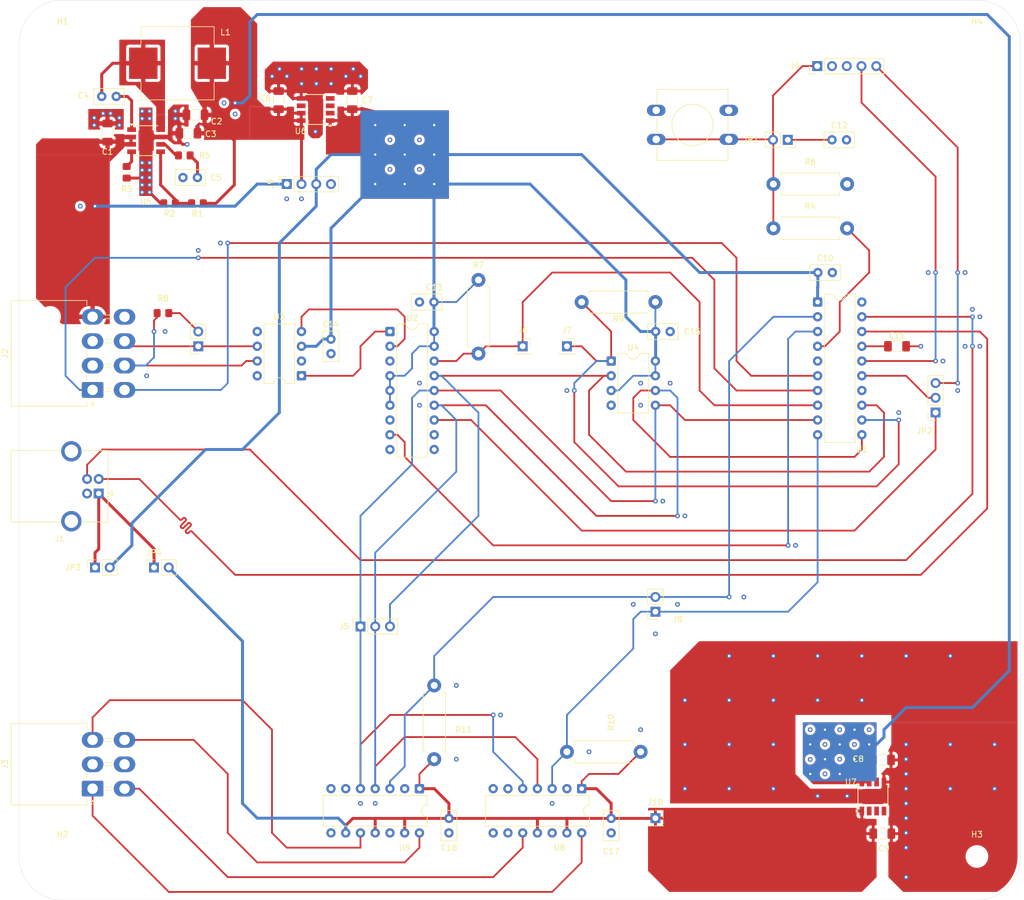
<source format=kicad_pcb>
(kicad_pcb (version 20241229) (generator "pcbnew") (generator_version "9.0")
  (layers (0 "F.Cu" signal) (4 "In1.Cu" signal) (6 "In2.Cu" signal) (2 "B.Cu" power) (13 "F.Paste" user) (15 "B.Paste" user) (5 "F.SilkS" user "F.Silkscreen") (7 "B.SilkS" user "B.Silkscreen") (1 "F.Mask" user) (3 "B.Mask" user) (25 "Edge.Cuts" user))
  (net 0 "")
  (net 1 "+12V")
  (net 2 "GND")
  (net 3 "+6.5V")
  (net 4 "Net-(U5-BST)")
  (net 5 "Net-(U5-SW)")
  (net 6 "Net-(C5-Pad2)")
  (net 7 "+5V")
  (net 8 "+5VA")
  (net 9 "Net-(U1-Vusb3v3)")
  (net 10 "Net-(JP1-A)")
  (net 12 "/USB_D+")
  (net 13 "VBUS")
  (net 15 "/USB_D-")
  (net 16 "/CAN_L")
  (net 17 "/Tach")
  (net 18 "/Speed")
  (net 19 "/CAN_H")
  (net 20 "/AN1")
  (net 21 "/AN4")
  (net 22 "/AN2")
  (net 23 "/AN3")
  (net 24 "/ICSP_~{MCLR}")
  (net 25 "/ICSP_CLK")
  (net 26 "/ICSP_DAT")
  (net 27 "/DAC1_~{CS}")
  (net 28 "/MISO")
  (net 29 "/ROM_~{CS}")
  (net 30 "/DAC2_~{CS}")
  (net 31 "/SCK")
  (net 32 "/MOSI")
  (net 33 "/CAN_~{CS}")
  (net 34 "/INT")
  (net 35 "Net-(JP5-B)")
  (net 36 "Net-(U5-FB)")
  (net 37 "Net-(U5-RT{slash}CLK)")
  (net 38 "/~{MCLR}")
  (net 39 "Net-(U5-COMP)")
  (net 41 "/CLK")
  (net 42 "/CAN_RX")
  (net 47 "/CAN_TX")
  (net 64 "/INT{slash}ICSP_CLK")
  (footprint "Connector_PinSocket_2.54mm:PinSocket_1x02_P2.54mm_Vertical" (layer "F.Cu") (at 55.88 134.62 180)
    (property "Reference" "JP5" (hide yes))
    (property "Value" "Term")
  )
  (footprint "Package_DIP:DIP-14_W7.62mm" (layer "F.Cu") (at 121.92 210.82 -90)
    (property "Reference" "U8")
    (property "Value" "MCP4912" (hide yes))
  )
  (footprint "Capacitor_THT:C_Disc_D5.0mm_W2.5mm_P2.50mm" (layer "F.Cu") (at 137.16 132.08 180)
    (property "Reference" "C15")
    (property "Value" "100n" (hide yes))
  )
  (footprint "Connector_PinSocket_2.54mm:PinSocket_1x01_P2.54mm_Vertical" (layer "F.Cu") (at 111.76 134.62)
    (property "Reference" "J6")
    (property "Value" "CAN CS")
  )
  (footprint "Connector_PinSocket_2.54mm:PinSocket_1x02_P2.54mm_Vertical" (layer "F.Cu") (at 38.1 172.72 90)
    (property "Reference" "JP3")
    (property "Value" "USB_PWR")
  )
  (footprint "Capacitor_THT:C_Disc_D5.0mm_W2.5mm_P2.50mm" (layer "F.Cu") (at 93.98 127)
    (property "Reference" "C13")
    (property "Value" "100n" (hide yes))
  )
  (footprint "Connector_PinHeader_2.54mm:PinHeader_1x05_P2.54mm_Vertical" (layer "F.Cu") (at 162.5 86.36 90)
    (property "Reference" "J4")
    (property "Value" "ICSP")
  )
  (footprint "Capacitor_THT:C_Disc_D5.0mm_W2.5mm_P2.50mm" (layer "F.Cu") (at 99.06 215.94 -90)
    (property "Reference" "C16")
    (property "Value" "100n" (hide yes))
  )
  (footprint "Connector_PinSocket_2.54mm:PinSocket_1x03_P2.54mm_Vertical" (layer "F.Cu") (at 182.88 146.035 180)
    (property "Reference" "JP2")
    (property "Value" "Prog")
  )
  (footprint "Resistor_SMD:R_0805_2012Metric_Pad1.20x1.40mm_HandSolder" (layer "F.Cu") (at 49.8 128.905 180)
    (property "Reference" "R8")
    (property "Value" "120" (hide yes))
  )
  (footprint "Resistor_SMD:R_0805_2012Metric_Pad1.20x1.40mm_HandSolder" (layer "F.Cu") (at 55.745 110)
    (property "Reference" "R1")
    (property "Value" "73k2" (hide yes))
  )
  (footprint "Connector_PinSocket_2.54mm:PinSocket_1x02_P2.54mm_Vertical" (layer "F.Cu") (at 157.42 99.06 -90)
    (property "Reference" "JP1")
    (property "Value" "~{Prog}")
  )
  (footprint "Capacitor_THT:C_Disc_D5.0mm_W2.5mm_P2.50mm" (layer "F.Cu") (at 39.255 91.585)
    (property "Reference" "C4")
    (property "Value" "100n" (hide yes))
  )
  (footprint "Capacitor_THT:C_Disc_D5.0mm_W2.5mm_P2.50mm" (layer "F.Cu") (at 165.04 99.06)
    (property "Reference" "C12")
    (property "Value" "100n" (hide yes))
  )
  (footprint "Capacitor_SMD:C_1206_3216Metric_Pad1.33x1.80mm_HandSolder" (layer "F.Cu") (at 176.2375 134.62)
    (property "Reference" "C11")
    (property "Value" "1u" (hide yes))
  )
  (footprint "Package_DIP:DIP-8_W7.62mm" (layer "F.Cu") (at 127 137.16)
    (property "Reference" "U4")
    (property "Value" "25LC160C" (hide yes))
  )
  (footprint "Resistor_THT:R_Axial_DIN0411_L9.9mm_D3.6mm_P12.70mm_Horizontal" (layer "F.Cu") (at 132.08 204.47 180)
    (property "Reference" "R10")
    (property "Value" "10k" (hide yes))
  )
  (footprint "Connector_PinSocket_2.54mm:PinSocket_1x02_P2.54mm_Vertical" (layer "F.Cu") (at 134.62 180.34 180)
    (property "Reference" "J8")
    (property "Value" "DAC CS")
  )
  (footprint "Capacitor_SMD:C_1206_3216Metric_Pad1.33x1.80mm_HandSolder" (layer "F.Cu") (at 69.715 92.22 90)
    (property "Reference" "C6")
    (property "Value" "22u" (hide yes))
  )
  (footprint "Capacitor_THT:C_Disc_D5.0mm_W2.5mm_P2.50mm" (layer "F.Cu") (at 53.245 105.555)
    (property "Reference" "C5")
    (property "Value" "100n" (hide yes))
  )
  (footprint "Resistor_SMD:R_0805_2012Metric_Pad1.20x1.40mm_HandSolder" (layer "F.Cu") (at 43.553 104.65 -90)
    (property "Reference" "R3")
    (property "Value" "50k" (hide yes))
  )
  (footprint "Button_Switch_THT:SW_PUSH-12mm" (layer "F.Cu") (at 134.76 93.98)
    (property "Reference" "SW1" (hide yes))
    (property "Value" "Reset")
  )
  (footprint "Resistor_SMD:R_0805_2012Metric_Pad1.20x1.40mm_HandSolder" (layer "F.Cu") (at 50.935 110)
    (property "Reference" "R2")
    (property "Value" "10k" (hide yes))
  )
  (footprint "Connector_Molex:Molex_Mini-Fit_Jr_5569-06A2_2x03_P4.20mm_Horizontal" (layer "F.Cu") (at 37.68 210.82 90)
    (property "Reference" "J3")
    (property "Value" "Analog")
  )
  (footprint "Resistor_THT:R_Axial_DIN0411_L9.9mm_D3.6mm_P12.70mm_Horizontal" (layer "F.Cu") (at 96.52 205.74 90)
    (property "Reference" "R11")
    (property "Value" "10k" (hide yes))
  )
  (footprint "Connector_Molex:Molex_Mini-Fit_Jr_5569-08A2_2x04_P4.20mm_Horizontal" (layer "F.Cu") (at 37.68 142.14 90)
    (property "Reference" "J2")
    (property "Value" "Conn_02x04_Top_Bottom" (hide yes))
  )
  (footprint "Capacitor_THT:C_Disc_D5.0mm_W2.5mm_P2.50mm" (layer "F.Cu") (at 78.74 135.89 90)
    (property "Reference" "C14")
    (property "Value" "100n" (hide yes))
  )
  (footprint "Resistor_SMD:R_0805_2012Metric_Pad1.20x1.40mm_HandSolder" (layer "F.Cu") (at 53.475 101.745 180)
    (property "Reference" "R5")
    (property "Value" "12k" (hide yes))
  )
  (footprint "Package_DIP:DIP-14_W7.62mm" (layer "F.Cu") (at 93.98 210.82 -90)
    (property "Reference" "U9")
    (property "Value" "MCP4912" (hide yes))
  )
  (footprint "Connector_USB:USB_B_OST_USB-B1HSxx_Horizontal" (layer "F.Cu") (at 38.735 159.98 180)
    (property "Reference" "J1")
    (property "Value" "USB_B")
  )
  (footprint "Capacitor_SMD:C_1206_3216Metric_Pad1.33x1.80mm_HandSolder" (layer "F.Cu") (at 173.6475 205.861875)
    (property "Reference" "C8")
    (property "Value" "22u" (hide yes))
  )
  (footprint "MountingHole:MountingHole_3.2mm_M3_DIN965" (layer "F.Cu") (at 32.5 222.5)
    (property "Reference" "H2")
    (property "Value" "MountingHole")
  )
  (footprint "MountingHole:MountingHole_3.2mm_M3_DIN965" (layer "F.Cu") (at 190 222.5)
    (property "Reference" "H3")
    (property "Value" "MountingHole")
  )
  (footprint "Package_SO:Diodes_SO-8EP" (layer "F.Cu") (at 172.085 212.169375 90)
    (property "Reference" "U7")
    (property "Value" "AP7375Q" (hide yes))
  )
  (footprint "MountingHole:MountingHole_3.2mm_M3_DIN965" (layer "F.Cu") (at 190 82.5)
    (property "Reference" "H4")
    (property "Value" "MountingHole")
  )
  (footprint "Connector_PinSocket_2.54mm:PinSocket_1x04_P2.54mm_Vertical" (layer "F.Cu") (at 71.12 106.68 90)
    (property "Reference" "J9")
    (property "Value" "Conn_01x04_Socket" (hide yes))
  )
  (footprint "Connector_PinSocket_2.54mm:PinSocket_1x02_P2.54mm_Vertical" (layer "F.Cu") (at 48.26 172.72 90)
    (property "Reference" "JP4")
    (property "Value" "USB_PWR" (hide yes))
  )
  (footprint "Capacitor_SMD:C_1206_3216Metric_Pad1.33x1.80mm_HandSolder" (layer "F.Cu") (at 40.251 97.808 90)
    (property "Reference" "C1")
    (property "Value" "22u" (hide yes))
  )
  (footprint "Package_DIP:DIP-20_W7.62mm" (layer "F.Cu") (at 162.56 127)
    (property "Reference" "U1")
    (property "Value" "PIC16F1459-IP" (hide yes))
  )
  (footprint "Package_SO:Diodes_SO-8EP" (layer "F.Cu") (at 46.8975 99.205)
    (property "Reference" "U5")
    (property "Value" "AP64100Q" (hide yes))
  )
  (footprint "Resistor_THT:R_Axial_DIN0411_L9.9mm_D3.6mm_P12.70mm_Horizontal" (layer "F.Cu") (at 134.62 127 180)
    (property "Reference" "R9")
    (property "Value" "10k" (hide yes))
  )
  (footprint "Inductor_SMD:L_Wuerth_WE-PD-Typ-LS_Handsoldering" (layer "F.Cu") (at 52.316 85.87)
    (property "Reference" "L1")
    (property "Value" "15u" (hide yes))
  )
  (footprint "Package_DIP:DIP-18_W7.62mm" (layer "F.Cu") (at 88.9 132.08)
    (property "Reference" "U2")
    (property "Value" "MCP2515-I/P" (hide yes))
  )
  (footprint "Capacitor_SMD:C_1206_3216Metric_Pad1.33x1.80mm_HandSolder" (layer "F.Cu") (at 54.1825 97.935)
    (property "Reference" "C3")
    (property "Value" "22u" (hide yes))
  )
  (footprint "Resistor_THT:R_Axial_DIN0411_L9.9mm_D3.6mm_P12.70mm_Horizontal" (layer "F.Cu") (at 104.14 123.19 -90)
    (property "Reference" "R7")
    (property "Value" "10k" (hide yes))
  )
  (footprint "Capacitor_THT:C_Disc_D5.0mm_W2.5mm_P2.50mm" (layer "F.Cu") (at 162.6 121.92)
    (property "Reference" "C10")
    (property "Value" "100n" (hide yes))
  )
  (footprint "Connector_PinSocket_2.54mm:PinSocket_1x01_P2.54mm_Vertical" (layer "F.Cu") (at 119.38 134.62)
    (property "Reference" "J7")
    (property "Value" "ROM CS")
  )
  (footprint "Capacitor_SMD:C_1206_3216Metric_Pad1.33x1.80mm_HandSolder" (layer "F.Cu") (at 55.4025 94.76)
    (property "Reference" "C2")
    (property "Value" "22u" (hide yes))
  )
  (footprint "Resistor_THT:R_Axial_DIN0411_L9.9mm_D3.6mm_P12.70mm_Horizontal" (layer "F.Cu") (at 167.64 106.68 180)
    (property "Reference" "R6")
    (property "Value" "10k" (hide yes))
  )
  (footprint "Capacitor_SMD:C_1206_3216Metric_Pad1.33x1.80mm_HandSolder" (layer "F.Cu") (at 173.6975 218.561875)
    (property "Reference" "C9")
    (property "Value" "22u" (hide yes))
  )
  (footprint "MountingHole:MountingHole_3.2mm_M3_DIN965" (layer "F.Cu") (at 32.5 82.5)
    (property "Reference" "H1")
    (property "Value" "MountingHole")
  )
  (footprint "Connector_PinSocket_2.54mm:PinSocket_1x01_P2.54mm_Vertical" (layer "F.Cu") (at 134.62 215.9)
    (property "Reference" "J10")
    (property "Value" "+5VA")
  )
  (footprint "Package_DIP:DIP-8_W7.62mm" (layer "F.Cu") (at 73.66 139.7 180)
    (property "Reference" "U3")
    (property "Value" "MCP2561-E-P" (hide yes))
  )
  (footprint "Capacitor_THT:C_Disc_D5.0mm_W2.5mm_P2.50mm" (layer "F.Cu") (at 127 215.94 -90)
    (property "Reference" "C17")
    (property "Value" "100n" (hide yes))
  )
  (footprint "Capacitor_SMD:C_1206_3216Metric_Pad1.33x1.80mm_HandSolder" (layer "F.Cu") (at 82.415 92.22 90)
    (property "Reference" "C7")
    (property "Value" "22u" (hide yes))
  )
  (footprint "Package_SO:Diodes_SO-8EP" (layer "F.Cu") (at 76.1075 93.8325 180)
    (property "Reference" "U6")
    (property "Value" "AP7375Q" (hide yes))
  )
  (footprint "Connector_PinSocket_2.54mm:PinSocket_1x03_P2.54mm_Vertical" (layer "F.Cu") (at 83.82 182.88 90)
    (property "Reference" "J5")
    (property "Value" "SPI debug")
  )
  (footprint "Resistor_THT:R_Axial_DIN0411_L9.9mm_D3.6mm_P12.70mm_Horizontal" (layer "F.Cu") (at 154.94 114.3)
    (property "Reference" "R4")
    (property "Value" "220" (hide yes))
  )
  (gr_arc (start 25 82.5) (mid 27.196699 77.196699) (end 32.5 75) (stroke (width 0.05)) (layer "Edge.Cuts"))
  (gr_arc (start 197.5 222.5) (mid 195.303301 227.803301) (end 190 230) (stroke (width 0.05)) (layer "Edge.Cuts"))
  (gr_line (start 32.5 230) (end 190 230) (stroke (width 0.05)) (layer "Edge.Cuts"))
  (gr_arc (start 32.5 230) (mid 27.196699 227.803301) (end 25 222.5) (stroke (width 0.05)) (layer "Edge.Cuts"))
  (gr_line (start 25 222.5) (end 25 82.5) (stroke (width 0.05)) (layer "Edge.Cuts"))
  (gr_line (start 32.5 75) (end 190 75) (stroke (width 0.05)) (layer "Edge.Cuts"))
  (gr_line (start 197.5 82.5) (end 197.5 222.5) (stroke (width 0.05)) (layer "Edge.Cuts"))
  (gr_arc (start 190 75) (mid 195.303301 77.196699) (end 197.5 82.5) (stroke (width 0.05)) (layer "Edge.Cuts"))
  (via (at 38.1 110.49) (size 0.8128) (drill 0.4) (layers "F.Cu" "B.Cu") (net 1))
  (segment (start 38.1 110.49) (end 62.23 110.49) (width 0.508) (layer "B.Cu") (net 1))
  (segment (start 62.23 110.49) (end 66.04 106.68) (width 0.508) (layer "B.Cu") (net 1))
  (segment (start 66.04 106.68) (end 71.12 106.68) (width 0.508) (layer "B.Cu") (net 1))
  (segment (start 49.395 110) (end 47.49 108.095) (width 0.508) (layer "F.Cu") (net 2))
  (segment (start 53.967 99.84) (end 53.205 99.84) (width 0.508) (layer "F.Cu") (net 2))
  (segment (start 46.125 105.65) (end 46.22 105.555) (width 0.508) (layer "F.Cu") (net 2))
  (segment (start 53.205 99.84) (end 52.62 99.255) (width 0.508) (layer "F.Cu") (net 2))
  (segment (start 52.62 99.255) (end 52.62 97.935) (width 0.508) (layer "F.Cu") (net 2))
  (segment (start 177.8 134.62) (end 180.34 134.62) (width 0.3048) (layer "F.Cu") (net 2))
  (segment (start 49.935 110) (end 49.395 110) (width 0.508) (layer "F.Cu") (net 2))
  (segment (start 43.553 105.65) (end 46.125 105.65) (width 0.508) (layer "F.Cu") (net 2))
  (via (at 139.7 203.2) (size 0.8128) (drill 0.4) (layers "F.Cu" "B.Cu") (net 2))
  (via (at 190.5 129.54) (size 0.8128) (drill 0.4) (layers "F.Cu" "B.Cu") (net 2))
  (via (at 119.38 142.24) (size 0.8128) (drill 0.4) (layers "F.Cu" "B.Cu") (net 2))
  (via (at 132.08 200.66) (size 0.8128) (drill 0.4) (layers "F.Cu" "B.Cu") (net 2))
  (via (at 177.8 215.9) (size 0.8128) (drill 0.4) (layers "F.Cu" "B.Cu") (net 2))
  (via (at 139.7 195.58) (size 0.8128) (drill 0.4) (layers "F.Cu" "B.Cu") (net 2))
  (via (at 177.8 226.06) (size 0.8128) (drill 0.4) (layers "F.Cu" "B.Cu") (net 2))
  (via (at 180.34 134.62) (size 0.8128) (drill 0.4) (layers "F.Cu" "B.Cu") (net 2))
  (via (at 177.8 220.98) (size 0.8128) (drill 0.4) (layers "F.Cu" "B.Cu") (net 2))
  (via (at 39.489 94.506) (size 0.8128) (drill 0.4) (layers "F.Cu" "B.Cu") (net 2))
  (via (at 88.9 99.06) (size 0.8128) (drill 0.4) (layers "F.Cu" "B.Cu") (net 2))
  (via (at 47.49 108.095) (size 0.8128) (drill 0.4) (layers "F.Cu" "B.Cu") (net 2))
  (via (at 93.98 104.14) (size 0.8128) (drill 0.4) (layers "F.Cu" "B.Cu") (net 2))
  (via (at 76.22375 89.3875) (size 0.8128) (drill 0.4) (layers "F.Cu" "B.Cu") (net 2))
  (via (at 46.22 108.095) (size 0.8128) (drill 0.4) (layers "F.Cu" "B.Cu") (net 2))
  (via (at 59.69 116.84) (size 0.8128) (drill 0.4) (layers "F.Cu" "B.Cu") (net 2))
  (via (at 46.22 95.395) (size 0.8128) (drill 0.4) (layers "F.Cu" "B.Cu") (net 2))
  (via (at 68.60375 88.1175) (size 0.8128) (drill 0.4) (layers "F.Cu" "B.Cu") (net 2))
  (via (at 78.76375 86.8475) (size 0.8128) (drill 0.4) (layers "F.Cu" "B.Cu") (net 2))
  (via (at 46.22 104.285) (size 0.8128) (drill 0.4) (layers "F.Cu" "B.Cu") (net 2))
  (via (at 78.76375 89.3875) (size 0.8128) (drill 0.4) (layers "F.Cu" "B.Cu") (net 2))
  (via (at 93.98 140.97) (size 0.8128) (drill 0.4) (layers "F.Cu" "B.Cu") (net 2))
  (via (at 137.16 140.97) (size 0.8128) (drill 0.4) (layers "F.Cu" "B.Cu") (net 2))
  (via (at 51.935 94.125) (size 0.8128) (drill 0.4) (layers "F.Cu" "B.Cu") (net 2))
  (via (at 186.69 142.24) (size 0.8128) (drill 0.4) (layers "F.Cu" "B.Cu") (net 2))
  (via (at 100.33 193.04) (size 0.8128) (drill 0.4) (layers "F.Cu" "B.Cu") (net 2))
  (via (at 83.84375 88.1175) (size 0.8128) (drill 0.4) (layers "F.Cu" "B.Cu") (net 2))
  (via (at 47.49 95.395) (size 0.8128) (drill 0.4) (layers "F.Cu" "B.Cu") (net 2))
  (via (at 162.56 187.96) (size 0.8128) (drill 0.4) (layers "F.Cu" "B.Cu") (net 2))
  (via (at 73.68375 89.3875) (size 0.8128) (drill 0.4) (layers "F.Cu" "B.Cu") (net 2))
  (via (at 130.81 179.07) (size 0.8128) (drill 0.4) (layers "F.Cu" "B.Cu") (net 2))
  (via (at 86.36 213.36) (size 0.8128) (drill 0.4) (layers "F.Cu" "B.Cu") (net 2))
  (via (at 185.42 210.82) (size 0.8128) (drill 0.4) (layers "F.Cu" "B.Cu") (net 2))
  (via (at 47.49 106.825) (size 0.8128) (drill 0.4) (layers "F.Cu" "B.Cu") (net 2))
  (via (at 177.8 210.82) (size 0.8128) (drill 0.4) (layers "F.Cu" "B.Cu") (net 2))
  (via (at 134.62 184.15) (size 0.8128) (drill 0.4) (layers "F.Cu" "B.Cu") (net 2))
  (via (at 161.29 205.776875) (size 0.8128) (drill 0.4) (layers "F.Cu" "B.Cu") (net 2))
  (via (at 193.04 210.82) (size 0.8128) (drill 0.4) (layers "F.Cu" "B.Cu") (net 2))
  (via (at 37.965 96.538) (size 0.8128) (drill 0.4) (layers "F.Cu" "B.Cu") (net 2))
  (via (at 71.14375 88.1175) (size 0.8128) (drill 0.4) (layers "F.Cu" "B.Cu") (net 2))
  (via (at 55.88 118.11) (size 0.8128) (drill 0.4) (layers "F.Cu" "B.Cu") (net 2))
  (via (at 166.37 200.66) (size 0.8128) (drill 0.4) (layers "F.Cu" "B.Cu") (net 2))
  (via (at 100.33 205.74) (size 0.8128) (drill 0.4) (layers "F.Cu" "B.Cu") (net 2))
  (via (at 181.61 121.92) (size 0.8128) (drill 0.4) (layers "F.Cu" "B.Cu") (net 2))
  (via (at 177.8 218.44) (size 0.8128) (drill 0.4) (layers "F.Cu" "B.Cu") (net 2))
  (via (at 35.56 110.49) (size 0.8128) (drill 0.4) (layers "F.Cu" "B.Cu") (net 2))
  (via (at 138.43 179.07) (size 0.8128) (drill 0.4) (layers "F.Cu" "B.Cu") (net 2))
  (via (at 47.49 105.555) (size 0.8128) (drill 0.4) (layers "F.Cu" "B.Cu") (net 2))
  (via (at 149.86 177.8) (size 0.8128) (drill 0.4) (layers "F.Cu" "B.Cu") (net 2))
  (via (at 177.8 203.2) (size 0.8128) (drill 0.4) (layers "F.Cu" "B.Cu") (net 2))
  (via (at 93.98 99.06) (size 0.8128) (drill 0.4) (layers "F.Cu" "B.Cu") (net 2))
  (via (at 189.23 128.27) (size 0.8128) (drill 0.4) (layers "F.Cu" "B.Cu") (net 2))
  (via (at 177.8 187.96) (size 0.8128) (drill 0.4) (layers "F.Cu" "B.Cu") (net 2))
  (via (at 107.95 198.12) (size 0.8128) (drill 0.4) (layers "F.Cu" "B.Cu") (net 2))
  (via (at 50.165 132.08) (size 0.8128) (drill 0.4) (layers "F.Cu" "B.Cu") (net 2))
  (via (at 158.75 168.91) (size 0.8128) (drill 0.4) (layers "F.Cu" "B.Cu") (net 2))
  (via (at 154.94 187.96) (size 0.8128) (drill 0.4) (layers "F.Cu" "B.Cu") (net 2))
  (via (at 187.96 121.92) (size 0.8128) (drill 0.4) (layers "F.Cu" "B.Cu") (net 2))
  (via (at 163.83 208.28) (size 0.8128) (drill 0.4) (layers "F.Cu" "B.Cu") (net 2))
  (via (at 53.967 99.84) (size 0.8128) (drill 0.4) (layers "F.Cu" "B.Cu") (net 2))
  (via (at 37.965 95.268) (size 0.8128) (drill 0.4) (layers "F.Cu" "B.Cu") (net 2))
  (via (at 132.08 140.97) (size 0.8128) (drill 0.4) (layers "F.Cu" "B.Cu") (net 2))
  (via (at 168.91 203.2) (size 0.8128) (drill 0.4) (layers "F.Cu" "B.Cu") (net 2))
  (via (at 163.83 203.2) (size 0.8128) (drill 0.4) (layers "F.Cu" "B.Cu") (net 2))
  (via (at 88.9 104.14) (size 0.8128) (drill 0.4) (layers "F.Cu" "B.Cu") (net 2))
  (via (at 47.49 104.285) (size 0.8128) (drill 0.4) (layers "F.Cu" "B.Cu") (net 2))
  (via (at 184.15 137.16) (size 0.8128) (drill 0.4) (layers "F.Cu" "B.Cu") (net 2))
  (via (at 62.23 94.615) (size 0.8128) (drill 0.4) (layers "F.Cu" "B.Cu") (net 2))
  (via (at 162.56 212.09) (size 0.8128) (drill 0.4) (layers "F.Cu" "B.Cu") (net 2))
  (via (at 76.22375 86.8475) (size 0.8128) (drill 0.4) (layers "F.Cu" "B.Cu") (net 2))
  (via (at 83.82 213.36) (size 0.8128) (drill 0.4) (layers "F.Cu" "B.Cu") (net 2))
  (via (at 123.19 204.47) (size 0.8128) (drill 0.4) (layers "F.Cu" "B.Cu") (net 2))
  (via (at 170.18 187.96) (size 0.8128) (drill 0.4) (layers "F.Cu" "B.Cu") (net 2))
  (via (at 171.45 200.66) (size 0.8128) (drill 0.4) (layers "F.Cu" "B.Cu") (net 2))
  (via (at 51.935 95.395) (size 0.8128) (drill 0.4) (layers "F.Cu" "B.Cu") (net 2))
  (via (at 42.283 95.268) (size 0.8128) (drill 0.4) (layers "F.Cu" "B.Cu") (net 2))
  (via (at 46.22 106.825) (size 0.8128) (drill 0.4) (layers "F.Cu" "B.Cu") (net 2))
  (via (at 170.18 195.58) (size 0.8128) (drill 0.4) (layers "F.Cu" "B.Cu") (net 2))
  (via (at 60.325 92.71) (size 0.8128) (drill 0.4) (layers "F.Cu" "B.Cu") (net 2))
  (via (at 42.283 96.538) (size 0.8128) (drill 0.4) (layers "F.Cu" "B.Cu") (net 2))
  (via (at 147.32 203.2) (size 0.8128) (drill 0.4) (layers "F.Cu" "B.Cu") (net 2))
  (via (at 71.12 109.22) (size 0.8128) (drill 0.4) (layers "F.Cu" "B.Cu") (net 2))
  (via (at 135.89 161.29) (size 0.8128) (drill 0.4) (layers "F.Cu" "B.Cu") (net 2))
  (via (at 139.7 210.82) (size 0.8128) (drill 0.4) (layers "F.Cu" "B.Cu") (net 2))
  (via (at 154.94 210.82) (size 0.8128) (drill 0.4) (layers "F.Cu" "B.Cu") (net 2))
  (via (at 46.22 105.555) (size 0.8128) (drill 0.4) (layers "F.Cu" "B.Cu") (net 2))
  (via (at 154.94 195.58) (size 0.8128) (drill 0.4) (layers "F.Cu" "B.Cu") (net 2))
  (via (at 147.32 210.82) (size 0.8128) (drill 0.4) (layers "F.Cu" "B.Cu") (net 2))
  (via (at 193.04 203.2) (size 0.8128) (drill 0.4) (layers "F.Cu" "B.Cu") (net 2))
  (via (at 73.66 109.22) (size 0.8128) (drill 0.4) (layers "F.Cu" "B.Cu") (net 2))
  (via (at 139.7 163.83) (size 0.8128) (drill 0.4) (layers "F.Cu" "B.Cu") (net 2))
  (via (at 162.56 195.58) (size 0.8128) (drill 0.4) (layers "F.Cu" "B.Cu") (net 2))
  (via (at 82.57375 86.8475) (size 0.8128) (drill 0.4) (layers "F.Cu" "B.Cu") (net 2))
  (via (at 161.29 200.66) (size 0.8128) (drill 0.4) (layers "F.Cu" "B.Cu") (net 2))
  (via (at 132.08 144.78) (size 0.8128) (drill 0.4) (layers "F.Cu" "B.Cu") (net 2))
  (via (at 177.8 208.28) (size 0.8128) (drill 0.4) (layers "F.Cu" "B.Cu") (net 2))
  (via (at 69.87375 86.8475) (size 0.8128) (drill 0.4) (layers "F.Cu" "B.Cu") (net 2))
  (via (at 147.32 187.96) (size 0.8128) (drill 0.4) (layers "F.Cu" "B.Cu") (net 2))
  (via (at 40.759 94.506) (size 0.8128) (drill 0.4) (layers "F.Cu" "B.Cu") (net 2))
  (via (at 185.42 203.2) (size 0.8128) (drill 0.4) (layers "F.Cu" "B.Cu") (net 2))
  (via (at 166.37 205.74) (size 0.8128) (drill 0.4) (layers "F.Cu" "B.Cu") (net 2))
  (via (at 76.065 97.6425) (size 0.8128) (drill 0.4) (layers "F.Cu" "B.Cu") (net 2))
  (via (at 187.96 134.62) (size 0.8128) (drill 0.4) (layers "F.Cu" "B.Cu") (net 2))
  (via (at 46.99 139.7) (size 0.8128) (drill 0.4) (layers "F.Cu" "B.Cu") (net 2))
  (via (at 177.8 205.74) (size 0.8128) (drill 0.4) (layers "F.Cu" "B.Cu") (net 2))
  (via (at 93.98 144.78) (size 0.8128) (drill 0.4) (layers "F.Cu" "B.Cu") (net 2))
  (via (at 177.8 213.36) (size 0.8128) (drill 0.4) (layers "F.Cu" "B.Cu") (net 2))
  (via (at 46.22 103.015) (size 0.8128) (drill 0.4) (layers "F.Cu" "B.Cu") (net 2))
  (via (at 116.84 213.36) (size 0.8128) (drill 0.4) (layers "F.Cu" "B.Cu") (net 2))
  (via (at 46.22 94.125) (size 0.8128) (drill 0.4) (layers "F.Cu" "B.Cu") (net 2))
  (via (at 190.5 134.62) (size 0.8128) (drill 0.4) (layers "F.Cu" "B.Cu") (net 2))
  (via (at 185.42 187.96) (size 0.8128) (drill 0.4) (layers "F.Cu" "B.Cu") (net 2))
  (via (at 47.49 103.015) (size 0.8128) (drill 0.4) (layers "F.Cu" "B.Cu") (net 2))
  (via (at 81.30375 88.1175) (size 0.8128) (drill 0.4) (layers "F.Cu" "B.Cu") (net 2))
  (via (at 73.68375 86.8475) (size 0.8128) (drill 0.4) (layers "F.Cu" "B.Cu") (net 2))
  (via (at 147.32 195.58) (size 0.8128) (drill 0.4) (layers "F.Cu" "B.Cu") (net 2))
  (via (at 176.53 146.05) (size 0.8128) (drill 0.4) (layers "F.Cu" "B.Cu") (net 2))
  (via (at 154.94 203.2) (size 0.8128) (drill 0.4) (layers "F.Cu" "B.Cu") (net 2))
  (via (at 167.64 212.09) (size 0.8128) (drill 0.4) (layers "F.Cu" "B.Cu") (net 2))
  (via (at 47.49 94.125) (size 0.8128) (drill 0.4) (layers "F.Cu" "B.Cu") (net 2))
  (segment (start 60.825 97.935) (end 55.745 97.935) (width 0.508) (layer "F.Cu") (net 3))
  (segment (start 62.095 106.825) (end 62.095 99.205) (width 0.508) (layer "F.Cu") (net 3))
  (segment (start 62.095 99.205) (end 60.825 97.935) (width 0.508) (layer "F.Cu") (net 3))
  (segment (start 73.66 106.68) (end 73.66 95.7875) (width 0.508) (layer "F.Cu") (net 3))
  (segment (start 73.66 95.7875) (end 73.61 95.7375) (width 0.508) (layer "F.Cu") (net 3))
  (segment (start 56.745 110) (end 58.92 110) (width 0.508) (layer "F.Cu") (net 3))
  (segment (start 58.92 110) (end 62.095 106.825) (width 0.508) (layer "F.Cu") (net 3))
  (via (at 161.29 208.28) (size 0.8128) (drill 0.4) (layers "F.Cu" "B.Cu") (net 3))
  (via (at 163.83 205.74) (size 0.8128) (drill 0.4) (layers "F.Cu" "B.Cu") (net 3))
  (via (at 163.83 200.66) (size 0.8128) (drill 0.4) (layers "F.Cu" "B.Cu") (net 3))
  (via (at 166.37 208.28) (size 0.8128) (drill 0.4) (layers "F.Cu" "B.Cu") (net 3))
  (via (at 168.91 200.66) (size 0.8128) (drill 0.4) (layers "F.Cu" "B.Cu") (net 3))
  (via (at 171.45 203.2) (size 0.8128) (drill 0.4) (layers "F.Cu" "B.Cu") (net 3))
  (via (at 168.91 205.74) (size 0.8128) (drill 0.4) (layers "F.Cu" "B.Cu") (net 3))
  (via (at 161.29 203.2) (size 0.8128) (drill 0.4) (layers "F.Cu" "B.Cu") (net 3))
  (via (at 166.37 203.2) (size 0.8128) (drill 0.4) (layers "F.Cu" "B.Cu") (net 3))
  (via (at 62.23 92.71) (size 0.8128) (drill 0.4) (layers "F.Cu" "B.Cu") (net 3))
  (segment (start 177.8 196.85) (end 173.99 200.66) (width 0.508) (layer "B.Cu") (net 3))
  (segment (start 173.99 201.93) (end 172.756875 203.163125) (width 0.508) (layer "B.Cu") (net 3))
  (segment (start 191.77 77.47) (end 195.58 81.28) (width 0.508) (layer "B.Cu") (net 3))
  (segment (start 64.77 78.74) (end 66.04 77.47) (width 0.508) (layer "B.Cu") (net 3))
  (segment (start 195.58 190.5) (end 189.23 196.85) (width 0.508) (layer "B.Cu") (net 3))
  (segment (start 195.58 81.28) (end 195.58 190.5) (width 0.508) (layer "B.Cu") (net 3))
  (segment (start 64.77 91.44) (end 64.77 78.74) (width 0.508) (layer "B.Cu") (net 3))
  (segment (start 66.04 77.47) (end 191.77 77.47) (width 0.508) (layer "B.Cu") (net 3))
  (segment (start 172.756875 203.163125) (end 171.45 203.163125) (width 0.508) (layer "B.Cu") (net 3))
  (segment (start 62.23 92.71) (end 63.5 92.71) (width 0.508) (layer "B.Cu") (net 3))
  (segment (start 173.99 200.66) (end 173.99 201.93) (width 0.508) (layer "B.Cu") (net 3))
  (segment (start 63.5 92.71) (end 64.77 91.44) (width 0.508) (layer "B.Cu") (net 3))
  (segment (start 189.23 196.85) (end 177.8 196.85) (width 0.508) (layer "B.Cu") (net 3))
  (segment (start 44.4 97.3) (end 44.4 92.305) (width 0.508) (layer "F.Cu") (net 4))
  (segment (start 44.4 92.305) (end 43.68 91.585) (width 0.508) (layer "F.Cu") (net 4))
  (segment (start 43.68 91.585) (end 41.755 91.585) (width 0.508) (layer "F.Cu") (net 4))
  (segment (start 39.255 91.585) (end 39.255 87.755) (width 0.508) (layer "F.Cu") (net 5))
  (segment (start 41.14 85.87) (end 46.416 85.87) (width 0.508) (layer "F.Cu") (net 5))
  (segment (start 39.255 87.755) (end 41.14 85.87) (width 0.508) (layer "F.Cu") (net 5))
  (segment (start 55.745 103.015) (end 54.475 101.745) (width 0.508) (layer "F.Cu") (net 6))
  (segment (start 55.745 105.555) (end 55.745 103.015) (width 0.508) (layer "F.Cu") (net 6))
  (via (at 96.52 106.68) (size 0.8128) (drill 0.4) (layers "F.Cu" "B.Cu") (net 7))
  (via (at 96.52 101.6) (size 0.8128) (drill 0.4) (layers "F.Cu" "B.Cu") (net 7))
  (via (at 91.44 106.68) (size 0.8128) (drill 0.4) (layers "F.Cu" "B.Cu") (net 7))
  (via (at 91.44 96.52) (size 0.8128) (drill 0.4) (layers "F.Cu" "B.Cu") (net 7))
  (via (at 91.44 101.6) (size 0.8128) (drill 0.4) (layers "F.Cu" "B.Cu") (net 7))
  (via (at 86.36 106.68) (size 0.8128) (drill 0.4) (layers "F.Cu" "B.Cu") (net 7))
  (via (at 86.36 96.52) (size 0.8128) (drill 0.4) (layers "F.Cu" "B.Cu") (net 7))
  (via (at 96.52 96.52) (size 0.8128) (drill 0.4) (layers "F.Cu" "B.Cu") (net 7))
  (via (at 86.36 101.6) (size 0.8128) (drill 0.4) (layers "F.Cu" "B.Cu") (net 7))
  (segment (start 92.71 135.89) (end 93.98 134.62) (width 0.3048) (layer "B.Cu") (net 7))
  (segment (start 78.74 133.39) (end 78.74 114.3) (width 0.508) (layer "B.Cu") (net 7))
  (segment (start 113.03 106.68) (end 129.54 123.19) (width 0.508) (layer "B.Cu") (net 7))
  (segment (start 130.81 139.7) (end 128.27 142.24) (width 0.3048) (layer "B.Cu") (net 7))
  (segment (start 162.6 121.92) (end 142.24 121.92) (width 0.508) (layer "B.Cu") (net 7))
  (segment (start 88.9 139.7) (end 91.44 139.7) (width 0.3048) (layer "B.Cu") (net 7))
  (segment (start 162.6 124.42) (end 162.6 121.92) (width 0.508) (layer "B.Cu") (net 7))
  (segment (start 92.71 138.43) (end 92.71 135.89) (width 0.3048) (layer "B.Cu") (net 7))
  (segment (start 96.52 134.62) (end 96.52 132.08) (width 0.3048) (layer "B.Cu") (net 7))
  (segment (start 96.48 106.72) (end 96.52 106.68) (width 0.508) (layer "B.Cu") (net 7))
  (segment (start 93.98 134.62) (end 96.52 134.62) (width 0.3048) (layer "B.Cu") (net 7))
  (segment (start 129.54 123.19) (end 129.54 129.54) (width 0.508) (layer "B.Cu") (net 7))
  (segment (start 76.2 106.68) (end 76.2 104.14) (width 0.508) (layer "B.Cu") (net 7))
  (segment (start 134.62 132.04) (end 134.66 132.08) (width 0.3048) (layer "B.Cu") (net 7))
  (segment (start 104.14 123.19) (end 100.33 127) (width 0.3048) (layer "B.Cu") (net 7))
  (segment (start 134.66 137.12) (end 134.62 137.16) (width 0.508) (layer "B.Cu") (net 7))
  (segment (start 134.66 132.08) (end 134.66 137.12) (width 0.508) (layer "B.Cu") (net 7))
  (segment (start 129.54 129.54) (end 132.08 132.08) (width 0.508) (layer "B.Cu") (net 7))
  (segment (start 96.48 132.04) (end 96.52 132.08) (width 0.508) (layer "B.Cu") (net 7))
  (segment (start 40.64 172.72) (end 44.45 168.91) (width 0.508) (layer "B.Cu") (net 7))
  (segment (start 134.62 139.7) (end 134.62 137.16) (width 0.3048) (layer "B.Cu") (net 7))
  (segment (start 132.08 132.08) (end 134.66 132.08) (width 0.508) (layer "B.Cu") (net 7))
  (segment (start 121.92 101.6) (end 96.52 101.6) (width 0.508) (layer "B.Cu") (net 7))
  (segment (start 76.2 104.14) (end 78.74 101.6) (width 0.508) (layer "B.Cu") (net 7))
  (segment (start 73.66 134.62) (end 76.2 134.62) (width 0.508) (layer "B.Cu") (net 7))
  (segment (start 44.45 165.1) (end 57.15 152.4) (width 0.508) (layer "B.Cu") (net 7))
  (segment (start 96.48 127) (end 96.48 106.72) (width 0.508) (layer "B.Cu") (net 7))
  (segment (start 76.2 134.62) (end 77.43 133.39) (width 0.508) (layer "B.Cu") (net 7))
  (segment (start 100.33 127) (end 96.48 127) (width 0.3048) (layer "B.Cu") (net 7))
  (segment (start 44.45 168.91) (end 44.45 165.1) (width 0.508) (layer "B.Cu") (net 7))
  (segment (start 78.74 114.3) (end 86.36 106.68) (width 0.508) (layer "B.Cu") (net 7))
  (segment (start 128.27 142.24) (end 127 142.24) (width 0.3048) (layer "B.Cu") (net 7))
  (segment (start 96.48 127) (end 96.48 132.04) (width 0.508) (layer "B.Cu") (net 7))
  (segment (start 78.74 101.6) (end 86.36 101.6) (width 0.508) (layer "B.Cu") (net 7))
  (segment (start 63.5 152.4) (end 69.85 146.05) (width 0.508) (layer "B.Cu") (net 7))
  (segment (start 162.56 127) (end 162.56 124.46) (width 0.508) (layer "B.Cu") (net 7))
  (segment (start 76.2 110.49) (end 76.2 106.68) (width 0.508) (layer "B.Cu") (net 7))
  (segment (start 91.44 139.7) (end 92.71 138.43) (width 0.3048) (layer "B.Cu") (net 7))
  (segment (start 88.9 144.78) (end 88.9 139.7) (width 0.3048) (layer "B.Cu") (net 7))
  (segment (start 77.43 133.39) (end 78.74 133.39) (width 0.508) (layer "B.Cu") (net 7))
  (segment (start 69.85 146.05) (end 69.85 116.84) (width 0.508) (layer "B.Cu") (net 7))
  (segment (start 134.62 139.7) (end 130.81 139.7) (width 0.3048) (layer "B.Cu") (net 7))
  (segment (start 96.52 106.68) (end 113.03 106.68) (width 0.508) (layer "B.Cu") (net 7))
  (segment (start 142.24 121.92) (end 121.92 101.6) (width 0.508) (layer "B.Cu") (net 7))
  (segment (start 69.85 116.84) (end 76.2 110.49) (width 0.508) (layer "B.Cu") (net 7))
  (segment (start 162.56 124.46) (end 162.6 124.42) (width 0.508) (layer "B.Cu") (net 7))
  (segment (start 134.62 127) (end 134.62 132.04) (width 0.3048) (layer "B.Cu") (net 7))
  (segment (start 57.15 152.4) (end 63.5 152.4) (width 0.508) (layer "B.Cu") (net 7))
  (segment (start 124.46 210.82) (end 121.92 210.82) (width 0.508) (layer "F.Cu") (net 8))
  (segment (start 119.38 218.44) (end 119.38 215.94) (width 0.508) (layer "F.Cu") (net 8))
  (segment (start 127 215.94) (end 134.58 215.94) (width 0.508) (layer "F.Cu") (net 8))
  (segment (start 134.58 215.94) (end 134.62 215.9) (width 0.508) (layer "F.Cu") (net 8))
  (segment (start 127 215.94) (end 127 213.36) (width 0.508) (layer "F.Cu") (net 8))
  (segment (start 96.52 205.74) (end 93.98 208.28) (width 0.3048) (layer "F.Cu") (net 8))
  (segment (start 132.08 204.47) (end 128.27 208.28) (width 0.3048) (layer "F.Cu") (net 8))
  (segment (start 93.98 208.28) (end 93.98 210.82) (width 0.3048) (layer "F.Cu") (net 8))
  (segment (start 91.44 218.44) (end 91.44 215.94) (width 0.508) (layer "F.Cu") (net 8))
  (segment (start 86.36 215.94) (end 83.72 215.94) (width 0.508) (layer "F.Cu") (net 8))
  (segment (start 123.19 208.28) (end 121.92 209.55) (width 0.3048) (layer "F.Cu") (net 8))
  (segment (start 119.38 215.94) (end 114.3 215.94) (width 0.508) (layer "F.Cu") (net 8))
  (segment (start 127 215.94) (end 119.38 215.94) (width 0.508) (layer "F.Cu") (net 8))
  (segment (start 81.28 217.17) (end 81.28 218.44) (width 0.508) (layer "F.Cu") (net 8))
  (segment (start 128.27 208.28) (end 123.19 208.28) (width 0.3048) (layer "F.Cu") (net 8))
  (segment (start 83.72 215.94) (end 82.51 215.94) (width 0.508) (layer "F.Cu") (net 8))
  (segment (start 99.06 215.94) (end 91.44 215.94) (width 0.508) (layer "F.Cu") (net 8))
  (segment (start 91.44 215.94) (end 86.36 215.94) (width 0.508) (layer "F.Cu") (net 8))
  (segment (start 99.06 215.94) (end 99.06 213.36) (width 0.508) (layer "F.Cu") (net 8))
  (segment (start 82.51 215.94) (end 81.28 217.17) (width 0.508) (layer "F.Cu") (net 8))
  (segment (start 86.36 218.44) (end 86.36 215.94) (width 0.508) (layer "F.Cu") (net 8))
  (segment (start 114.3 218.44) (end 114.3 215.94) (width 0.508) (layer "F.Cu") (net 8))
  (segment (start 127 213.36) (end 124.46 210.82) (width 0.508) (layer "F.Cu") (net 8))
  (segment (start 96.52 210.82) (end 93.98 210.82) (width 0.508) (layer "F.Cu") (net 8))
  (segment (start 121.92 209.55) (end 121.92 210.82) (width 0.3048) (layer "F.Cu") (net 8))
  (segment (start 99.06 213.36) (end 96.52 210.82) (width 0.508) (layer "F.Cu") (net 8))
  (segment (start 114.3 215.94) (end 99.06 215.94) (width 0.508) (layer "F.Cu") (net 8))
  (segment (start 50.8 172.72) (end 63.5 185.42) (width 0.508) (layer "B.Cu") (net 8))
  (segment (start 63.5 185.42) (end 63.5 213.36) (width 0.508) (layer "B.Cu") (net 8))
  (segment (start 81.28 217.17) (end 81.28 218.44) (width 0.508) (layer "B.Cu") (net 8))
  (segment (start 66.04 215.9) (end 80.01 215.9) (width 0.508) (layer "B.Cu") (net 8))
  (segment (start 80.01 215.9) (end 81.28 217.17) (width 0.508) (layer "B.Cu") (net 8))
  (segment (start 63.5 213.36) (end 66.04 215.9) (width 0.508) (layer "B.Cu") (net 8))
  (segment (start 170.18 134.62) (end 174.675 134.62) (width 0.3048) (layer "F.Cu") (net 9))
  (segment (start 157.42 99.06) (end 165.04 99.06) (width 0.3048) (layer "F.Cu") (net 10))
  (segment (start 36.735 155.035) (end 39.37 152.4) (width 0.3048) (layer "F.Cu") (net 12))
  (segment (start 39.37 152.4) (end 64.77 152.4) (width 0.3048) (layer "F.Cu") (net 12))
  (segment (start 177.799999 171.45) (end 189.23 160.019999) (width 0.3048) (layer "F.Cu") (net 12))
  (segment (start 83.82 171.45) (end 177.799999 171.45) (width 0.3048) (layer "F.Cu") (net 12))
  (segment (start 64.77 152.4) (end 83.82 171.45) (width 0.3048) (layer "F.Cu") (net 12))
  (segment (start 189.23 160.019999) (end 189.23 134.62) (width 0.3048) (layer "F.Cu") (net 12))
  (segment (start 170.18 129.54) (end 189.23 129.54) (width 0.3048) (layer "F.Cu") (net 12))
  (segment (start 36.735 157.48) (end 36.735 155.035) (width 0.3048) (layer "F.Cu") (net 12))
  (via (at 189.23 129.54) (size 0.8128) (drill 0.4) (layers "F.Cu" "B.Cu") (net 12))
  (via (at 189.23 134.62) (size 0.8128) (drill 0.4) (layers "F.Cu" "B.Cu") (net 12))
  (segment (start 189.23 129.54) (end 189.23 134.62) (width 0.3048) (layer "B.Cu") (net 12))
  (segment (start 38.1 170.18) (end 38.1 172.72) (width 0.508) (layer "F.Cu") (net 13))
  (segment (start 48.26 169.505) (end 38.735 159.98) (width 0.508) (layer "F.Cu") (net 13))
  (segment (start 48.26 172.72) (end 48.26 169.505) (width 0.508) (layer "F.Cu") (net 13))
  (segment (start 38.735 169.545) (end 38.1 170.18) (width 0.508) (layer "F.Cu") (net 13))
  (segment (start 38.735 159.98) (end 38.735 169.545) (width 0.508) (layer "F.Cu") (net 13))
  (segment (start 58.469419 170.229419) (end 62.23 173.99) (width 0.3048) (layer "F.Cu") (net 15))
  (segment (start 54.170575 165.930575) (end 53.998154 166.102995) (width 0.3048) (layer "F.Cu") (net 15))
  (segment (start 62.23 173.99) (end 180.34 173.99) (width 0.3048) (layer "F.Cu") (net 15))
  (segment (start 38.735 157.48) (end 45.72 157.48) (width 0.3048) (layer "F.Cu") (net 15))
  (segment (start 53.480893 164.896052) (end 53.308472 165.068473) (width 0.3048) (layer "F.Cu") (net 15))
  (segment (start 54.564949 165.536204) (end 54.170575 165.930575) (width 0.3048) (layer "F.Cu") (net 15))
  (segment (start 54.860257 166.620257) (end 58.469419 170.229419) (width 0.3048) (layer "F.Cu") (net 15))
  (segment (start 190.5 132.08) (end 170.18 132.08) (width 0.3048) (layer "F.Cu") (net 15))
  (segment (start 191.77 133.35) (end 190.5 132.08) (width 0.3048) (layer "F.Cu") (net 15))
  (segment (start 54.207269 166.755984) (end 54.429205 166.534047) (width 0.3048) (layer "F.Cu") (net 15))
  (segment (start 180.34 173.99) (end 191.77 162.56) (width 0.3048) (layer "F.Cu") (net 15))
  (segment (start 53.049842 164.465001) (end 53.271777 164.243063) (width 0.3048) (layer "F.Cu") (net 15))
  (segment (start 53.616619 164.243063) (end 53.702829 164.329273) (width 0.3048) (layer "F.Cu") (net 15))
  (segment (start 54.774047 166.534047) (end 54.860257 166.620257) (width 0.3048) (layer "F.Cu") (net 15))
  (segment (start 52.914117 165.80767) (end 53.000327 165.89388) (width 0.3048) (layer "F.Cu") (net 15))
  (segment (start 53.308473 165.068473) (end 52.914117 165.462828) (width 0.3048) (layer "F.Cu") (net 15))
  (segment (start 54.478739 165.105152) (end 54.564949 165.191362) (width 0.3048) (layer "F.Cu") (net 15))
  (segment (start 53.702829 164.674115) (end 53.480893 164.896052) (width 0.3048) (layer "F.Cu") (net 15))
  (segment (start 53.308472 165.068473) (end 53.308473 165.068473) (width 0.3048) (layer "F.Cu") (net 15))
  (segment (start 53.345169 165.89388) (end 53.739524 165.499524) (width 0.3048) (layer "F.Cu") (net 15))
  (segment (start 53.739524 165.499524) (end 54.133895 165.10515) (width 0.3048) (layer "F.Cu") (net 15))
  (segment (start 53.776217 166.669774) (end 53.862427 166.755984) (width 0.3048) (layer "F.Cu") (net 15))
  (segment (start 45.72 157.48) (end 52.705 164.465) (width 0.3048) (layer "F.Cu") (net 15))
  (segment (start 191.77 162.56) (end 191.77 133.35) (width 0.3048) (layer "F.Cu") (net 15))
  (segment (start 53.998154 166.102995) (end 53.776217 166.324932) (width 0.3048) (layer "F.Cu") (net 15))
  (arc (start 54.564949 165.191362) (mid 54.636368 165.363783) (end 54.564949 165.536204) (width 0.3048) (layer "F.Cu") (net 15))
  (arc (start 53.000327 165.89388) (mid 53.172748 165.965299) (end 53.345169 165.89388) (width 0.3048) (layer "F.Cu") (net 15))
  (arc (start 54.429205 166.534047) (mid 54.601626 166.462628) (end 54.774047 166.534047) (width 0.3048) (layer "F.Cu") (net 15))
  (arc (start 53.702829 164.329273) (mid 53.774248 164.501694) (end 53.702829 164.674115) (width 0.3048) (layer "F.Cu") (net 15))
  (arc (start 53.862427 166.755984) (mid 54.034848 166.827403) (end 54.207269 166.755984) (width 0.3048) (layer "F.Cu") (net 15))
  (arc (start 53.271777 164.243063) (mid 53.444198 164.171644) (end 53.616619 164.243063) (width 0.3048) (layer "F.Cu") (net 15))
  (arc (start 53.776217 166.324932) (mid 53.704798 166.497353) (end 53.776217 166.669774) (width 0.3048) (layer "F.Cu") (net 15))
  (arc (start 52.914117 165.462828) (mid 52.842698 165.635249) (end 52.914117 165.80767) (width 0.3048) (layer "F.Cu") (net 15))
  (arc (start 54.133895 165.10515) (mid 54.306318 165.033733) (end 54.478739 165.105152) (width 0.3048) (layer "F.Cu") (net 15))
  (arc (start 52.705 164.465) (mid 52.877422 164.536419) (end 53.049842 164.465001) (width 0.3048) (layer "F.Cu") (net 15))
  (segment (start 44.06 134.62) (end 43.18 133.74) (width 0.3048) (layer "F.Cu") (net 16))
  (segment (start 66.04 134.62) (end 44.06 134.62) (width 0.3048) (layer "F.Cu") (net 16))
  (segment (start 144.78 123.19) (end 140.97 119.38) (width 0.3048) (layer "F.Cu") (net 17))
  (segment (start 140.97 119.38) (end 55.88 119.38) (width 0.3048) (layer "F.Cu") (net 17))
  (segment (start 144.78 138.43) (end 144.78 123.19) (width 0.3048) (layer "F.Cu") (net 17))
  (segment (start 162.56 142.24) (end 148.59 142.24) (width 0.3048) (layer "F.Cu") (net 17))
  (segment (start 148.59 142.24) (end 144.78 138.43) (width 0.3048) (layer "F.Cu") (net 17))
  (via (at 55.88 119.38) (size 0.8128) (drill 0.4) (layers "F.Cu" "B.Cu") (net 17))
  (segment (start 55.88 119.38) (end 38.1 119.38) (width 0.3048) (layer "B.Cu") (net 17))
  (segment (start 35.46 142.14) (end 37.68 142.14) (width 0.3048) (layer "B.Cu") (net 17))
  (segment (start 33.02 139.7) (end 35.46 142.14) (width 0.3048) (layer "B.Cu") (net 17))
  (segment (start 33.02 124.46) (end 33.02 139.7) (width 0.3048) (layer "B.Cu") (net 17))
  (segment (start 38.1 119.38) (end 33.02 124.46) (width 0.3048) (layer "B.Cu") (net 17))
  (segment (start 148.59 119.379999) (end 148.59 137.16) (width 0.3048) (layer "F.Cu") (net 18))
  (segment (start 148.59 137.16) (end 151.13 139.7) (width 0.3048) (layer "F.Cu") (net 18))
  (segment (start 60.96 116.84) (end 146.050001 116.84) (width 0.3048) (layer "F.Cu") (net 18))
  (segment (start 151.13 139.7) (end 162.56 139.7) (width 0.3048) (layer "F.Cu") (net 18))
  (segment (start 146.050001 116.84) (end 148.59 119.379999) (width 0.3048) (layer "F.Cu") (net 18))
  (via (at 60.96 116.84) (size 0.8128) (drill 0.4) (layers "F.Cu" "B.Cu") (net 18))
  (segment (start 60.96 140.97) (end 60.96 116.84) (width 0.3048) (layer "B.Cu") (net 18))
  (segment (start 59.79 142.14) (end 60.96 140.97) (width 0.3048) (layer "B.Cu") (net 18))
  (segment (start 43.18 142.14) (end 59.79 142.14) (width 0.3048) (layer "B.Cu") (net 18))
  (segment (start 48.8 129.635) (end 48.26 130.175) (width 0.3048) (layer "F.Cu") (net 19))
  (segment (start 66.04 137.16) (end 64.135 137.16) (width 0.3048) (layer "F.Cu") (net 19))
  (segment (start 48.8 128.905) (end 48.8 129.635) (width 0.3048) (layer "F.Cu") (net 19))
  (segment (start 48.26 130.175) (end 48.26 132.08) (width 0.3048) (layer "F.Cu") (net 19))
  (segment (start 64.135 137.16) (end 63.355 137.94) (width 0.3048) (layer "F.Cu") (net 19))
  (segment (start 63.355 137.94) (end 43.18 137.94) (width 0.3048) (layer "F.Cu") (net 19))
  (via (at 48.26 132.08) (size 0.8128) (drill 0.4) (layers "F.Cu" "B.Cu") (net 19))
  (segment (start 48.26 132.08) (end 48.26 136.525) (width 0.3048) (layer "B.Cu") (net 19))
  (segment (start 46.845 137.94) (end 43.18 137.94) (width 0.3048) (layer "B.Cu") (net 19))
  (segment (start 48.26 136.525) (end 46.845 137.94) (width 0.3048) (layer "B.Cu") (net 19))
  (segment (start 50.8 228.6) (end 37.68 215.48) (width 0.3048) (layer "F.Cu") (net 20))
  (segment (start 37.68 215.48) (end 37.68 210.82) (width 0.3048) (layer "F.Cu") (net 20))
  (segment (start 121.92 218.44) (end 121.92 223.52) (width 0.3048) (layer "F.Cu") (net 20))
  (segment (start 121.92 223.52) (end 116.84 228.6) (width 0.3048) (layer "F.Cu") (net 20))
  (segment (start 116.84 228.6) (end 50.8 228.6) (width 0.3048) (layer "F.Cu") (net 20))
  (segment (start 68.58 200.66) (end 63.5 195.58) (width 0.3048) (layer "F.Cu") (net 21))
  (segment (start 71.12 220.98) (end 68.58 218.44) (width 0.3048) (layer "F.Cu") (net 21))
  (segment (start 83.82 220.98) (end 71.12 220.98) (width 0.3048) (layer "F.Cu") (net 21))
  (segment (start 68.58 218.44) (end 68.58 200.66) (width 0.3048) (layer "F.Cu") (net 21))
  (segment (start 37.68 198.54) (end 37.68 202.42) (width 0.3048) (layer "F.Cu") (net 21))
  (segment (start 83.82 218.44) (end 83.82 220.98) (width 0.3048) (layer "F.Cu") (net 21))
  (segment (start 40.64 195.58) (end 37.68 198.54) (width 0.3048) (layer "F.Cu") (net 21))
  (segment (start 63.5 195.58) (end 40.64 195.58) (width 0.3048) (layer "F.Cu") (net 21))
  (segment (start 111.76 218.44) (end 111.76 220.98) (width 0.3048) (layer "F.Cu") (net 22))
  (segment (start 106.68 226.06) (end 60.96 226.06) (width 0.3048) (layer "F.Cu") (net 22))
  (segment (start 45.72 210.82) (end 43.18 210.82) (width 0.3048) (layer "F.Cu") (net 22))
  (segment (start 111.76 220.98) (end 106.68 226.06) (width 0.3048) (layer "F.Cu") (net 22))
  (segment (start 60.96 226.06) (end 45.72 210.82) (width 0.3048) (layer "F.Cu") (net 22))
  (segment (start 91.44 223.52) (end 66.04 223.52) (width 0.3048) (layer "F.Cu") (net 23))
  (segment (start 93.98 218.44) (end 93.98 220.98) (width 0.3048) (layer "F.Cu") (net 23))
  (segment (start 60.96 208.28) (end 55.1 202.42) (width 0.3048) (layer "F.Cu") (net 23))
  (segment (start 55.1 202.42) (end 43.18 202.42) (width 0.3048) (layer "F.Cu") (net 23))
  (segment (start 93.98 220.98) (end 91.44 223.52) (width 0.3048) (layer "F.Cu") (net 23))
  (segment (start 60.96 218.44) (end 60.96 208.28) (width 0.3048) (layer "F.Cu") (net 23))
  (segment (start 66.04 223.52) (end 60.96 218.44) (width 0.3048) (layer "F.Cu") (net 23))
  (segment (start 134.76 98.98) (end 154.8 98.98) (width 0.3048) (layer "F.Cu") (net 24))
  (segment (start 159.96 86.36) (end 162.5 86.36) (width 0.3048) (layer "F.Cu") (net 24))
  (segment (start 154.88 99.06) (end 154.88 91.44) (width 0.3048) (layer "F.Cu") (net 24))
  (segment (start 154.88 91.44) (end 159.96 86.36) (width 0.3048) (layer "F.Cu") (net 24))
  (segment (start 154.8 98.98) (end 154.88 99.06) (width 0.3048) (layer "F.Cu") (net 24))
  (segment (start 154.94 99.12) (end 154.88 99.06) (width 0.3048) (layer "F.Cu") (net 24))
  (segment (start 154.94 114.3) (end 154.94 99.12) (width 0.3048) (layer "F.Cu") (net 24))
  (segment (start 186.69 100.39) (end 172.66 86.36) (width 0.3048) (layer "F.Cu") (net 25))
  (segment (start 182.88 140.955) (end 186.675 140.955) (width 0.3048) (layer "F.Cu") (net 25))
  (segment (start 186.675 140.955) (end 186.69 140.97) (width 0.3048) (layer "F.Cu") (net 25))
  (segment (start 186.69 121.92) (end 186.69 100.39) (width 0.3048) (layer "F.Cu") (net 25))
  (via (at 186.69 121.92) (size 0.8128) (drill 0.4) (layers "F.Cu" "B.Cu") (net 25))
  (via (at 186.69 140.97) (size 0.8128) (drill 0.4) (layers "F.Cu" "B.Cu") (net 25))
  (segment (start 186.69 140.97) (end 186.69 121.92) (width 0.3048) (layer "B.Cu") (net 25))
  (segment (start 170.18 137.16) (end 182.88 137.16) (width 0.3048) (layer "F.Cu") (net 26))
  (segment (start 182.88 121.92) (end 182.88 105.41) (width 0.3048) (layer "F.Cu") (net 26))
  (segment (start 182.88 105.41) (end 170.12 92.65) (width 0.3048) (layer "F.Cu") (net 26))
  (segment (start 170.12 92.65) (end 170.12 86.36) (width 0.3048) (layer "F.Cu") (net 26))
  (via (at 182.88 137.16) (size 0.8128) (drill 0.4) (layers "F.Cu" "B.Cu") (net 26))
  (via (at 182.88 121.92) (size 0.8128) (drill 0.4) (layers "F.Cu" "B.Cu") (net 26))
  (segment (start 182.88 137.16) (end 182.88 121.92) (width 0.3048) (layer "B.Cu") (net 26))
  (segment (start 130.81 181.61) (end 132.08 180.34) (width 0.3048) (layer "B.Cu") (net 27))
  (segment (start 162.56 175.26) (end 157.48 180.34) (width 0.3048) (layer "B.Cu") (net 27))
  (segment (start 132.08 180.34) (end 134.62 180.34) (width 0.3048) (layer "B.Cu") (net 27))
  (segment (start 119.38 204.47) (end 116.84 207.01) (width 0.3048) (layer "B.Cu") (net 27))
  (segment (start 119.38 204.47) (end 119.38 198.12) (width 0.3048) (layer "B.Cu") (net 27))
  (segment (start 162.56 149.86) (end 162.56 175.26) (width 0.3048) (layer "B.Cu") (net 27))
  (segment (start 116.84 207.01) (end 116.84 210.82) (width 0.3048) (layer "B.Cu") (net 27))
  (segment (start 157.48 180.34) (end 134.62 180.34) (width 0.3048) (layer "B.Cu") (net 27))
  (segment (start 119.38 198.12) (end 130.81 186.69) (width 0.3048) (layer "B.Cu") (net 27))
  (segment (start 130.81 186.69) (end 130.81 181.61) (width 0.3048) (layer "B.Cu") (net 27))
  (segment (start 171.45 156.21) (end 129.54 156.21) (width 0.3048) (layer "F.Cu") (net 28))
  (segment (start 127 139.7) (end 96.52 139.7) (width 0.3048) (layer "F.Cu") (net 28))
  (segment (start 173.99 146.05) (end 173.99 153.67) (width 0.3048) (layer "F.Cu") (net 28))
  (segment (start 123.19 149.86) (end 123.19 142.24) (width 0.3048) (layer "F.Cu") (net 28))
  (segment (start 173.99 153.67) (end 171.45 156.21) (width 0.3048) (layer "F.Cu") (net 28))
  (segment (start 129.54 156.21) (end 123.19 149.86) (width 0.3048) (layer "F.Cu") (net 28))
  (segment (start 170.18 144.78) (end 172.72 144.78) (width 0.3048) (layer "F.Cu") (net 28))
  (segment (start 172.72 144.78) (end 173.99 146.05) (width 0.3048) (layer "F.Cu") (net 28))
  (segment (start 123.19 142.24) (end 125.73 139.7) (width 0.3048) (layer "F.Cu") (net 28))
  (segment (start 125.73 139.7) (end 127 139.7) (width 0.3048) (layer "F.Cu") (net 28))
  (segment (start 97.79 139.7) (end 104.14 146.05) (width 0.3048) (layer "B.Cu") (net 28))
  (segment (start 96.52 139.7) (end 97.79 139.7) (width 0.3048) (layer "B.Cu") (net 28))
  (segment (start 104.14 163.83) (end 88.9 179.07) (width 0.3048) (layer "B.Cu") (net 28))
  (segment (start 104.14 146.05) (end 104.14 163.83) (width 0.3048) (layer "B.Cu") (net 28))
  (segment (start 88.9 179.07) (end 88.9 182.88) (width 0.3048) (layer "B.Cu") (net 28))
  (segment (start 120.65 151.13) (end 120.65 142.24) (width 0.3048) (layer "F.Cu") (net 29))
  (segment (start 176.53 147.32) (end 176.53 154.94) (width 0.3048) (layer "F.Cu") (net 29))
  (segment (start 128.27 158.75) (end 120.65 151.13) (width 0.3048) (layer "F.Cu") (net 29))
  (segment (start 127 137.16) (end 127 132.08) (width 0.3048) (layer "F.Cu") (net 29))
  (segment (start 124.46 137.16) (end 121.92 134.62) (width 0.3048) (layer "F.Cu") (net 29))
  (segment (start 127 137.16) (end 124.46 137.16) (width 0.3048) (layer "F.Cu") (net 29))
  (segment (start 121.92 134.62) (end 119.38 134.62) (width 0.3048) (layer "F.Cu") (net 29))
  (segment (start 176.53 154.94) (end 172.72 158.75) (width 0.3048) (layer "F.Cu") (net 29))
  (segment (start 172.72 158.75) (end 128.27 158.75) (width 0.3048) (layer "F.Cu") (net 29))
  (segment (start 127 132.08) (end 121.92 127) (width 0.3048) (layer "F.Cu") (net 29))
  (via (at 120.65 142.24) (size 0.8128) (drill 0.4) (layers "F.Cu" "B.Cu") (net 29))
  (via (at 176.53 147.32) (size 0.8128) (drill 0.4) (layers "F.Cu" "B.Cu") (net 29))
  (segment (start 170.18 147.32) (end 176.53 147.32) (width 0.3048) (layer "B.Cu") (net 29))
  (segment (start 120.65 140.97) (end 124.46 137.16) (width 0.3048) (layer "B.Cu") (net 29))
  (segment (start 120.65 142.24) (end 120.65 140.97) (width 0.3048) (layer "B.Cu") (net 29))
  (segment (start 124.46 137.16) (end 127 137.16) (width 0.3048) (layer "B.Cu") (net 29))
  (via (at 147.32 177.8) (size 0.8128) (drill 0.4) (layers "F.Cu" "B.Cu") (net 30))
  (segment (start 91.44 207.01) (end 91.44 198.12) (width 0.3048) (layer "B.Cu") (net 30))
  (segment (start 91.44 198.12) (end 96.52 193.04) (width 0.3048) (layer "B.Cu") (net 30))
  (segment (start 96.52 187.96) (end 96.52 193.04) (width 0.3048) (layer "B.Cu") (net 30))
  (segment (start 147.32 137.16) (end 154.94 129.54) (width 0.3048) (layer "B.Cu") (net 30))
  (segment (start 106.68 177.8) (end 96.52 187.96) (width 0.3048) (layer "B.Cu") (net 30))
  (segment (start 134.62 177.8) (end 106.68 177.8) (width 0.3048) (layer "B.Cu") (net 30))
  (segment (start 88.9 209.55) (end 91.44 207.01) (width 0.3048) (layer "B.Cu") (net 30))
  (segment (start 134.62 177.8) (end 147.32 177.8) (width 0.3048) (layer "B.Cu") (net 30))
  (segment (start 147.32 177.8) (end 147.32 137.16) (width 0.3048) (layer "B.Cu") (net 30))
  (segment (start 88.9 210.82) (end 88.9 209.55) (width 0.3048) (layer "B.Cu") (net 30))
  (segment (start 154.94 129.54) (end 162.56 129.54) (width 0.3048) (layer "B.Cu") (net 30))
  (segment (start 170.18 149.86) (end 170.18 152.4) (width 0.3048) (layer "F.Cu") (net 31))
  (segment (start 91.44 201.93) (end 110.49 201.93) (width 0.3048) (layer "F.Cu") (net 31))
  (segment (start 138.43 163.83) (end 124.46 163.83) (width 0.3048) (layer "F.Cu") (net 31))
  (segment (start 168.91 153.67) (end 137.16 153.67) (width 0.3048) (layer "F.Cu") (net 31))
  (segment (start 124.46 163.83) (end 105.41 144.78) (width 0.3048) (layer "F.Cu") (net 31))
  (segment (start 137.16 153.67) (end 130.81 147.32) (width 0.3048) (layer "F.Cu") (net 31))
  (segment (start 114.3 205.74) (end 114.3 210.82) (width 0.3048) (layer "F.Cu") (net 31))
  (segment (start 105.41 144.78) (end 96.52 144.78) (width 0.3048) (layer "F.Cu") (net 31))
  (segment (start 86.36 210.82) (end 86.36 207.01) (width 0.3048) (layer "F.Cu") (net 31))
  (segment (start 132.08 142.24) (end 134.62 142.24) (width 0.3048) (layer "F.Cu") (net 31))
  (segment (start 130.81 143.51) (end 132.08 142.24) (width 0.3048) (layer "F.Cu") (net 31))
  (segment (start 86.36 207.01) (end 91.44 201.93) (width 0.3048) (layer "F.Cu") (net 31))
  (segment (start 130.81 147.32) (end 130.81 143.51) (width 0.3048) (layer "F.Cu") (net 31))
  (segment (start 110.49 201.93) (end 114.3 205.74) (width 0.3048) (layer "F.Cu") (net 31))
  (segment (start 170.18 152.4) (end 168.91 153.67) (width 0.3048) (layer "F.Cu") (net 31))
  (via (at 138.43 163.83) (size 0.8128) (drill 0.4) (layers "F.Cu" "B.Cu") (net 31))
  (segment (start 100.33 156.21) (end 86.36 170.18) (width 0.3048) (layer "B.Cu") (net 31))
  (segment (start 96.52 144.78) (end 97.79 144.78) (width 0.3048) (layer "B.Cu") (net 31))
  (segment (start 86.36 170.18) (end 86.36 182.88) (width 0.3048) (layer "B.Cu") (net 31))
  (segment (start 100.33 147.32) (end 100.33 156.21) (width 0.3048) (layer "B.Cu") (net 31))
  (segment (start 137.16 142.24) (end 138.43 143.51) (width 0.3048) (layer "B.Cu") (net 31))
  (segment (start 138.43 143.51) (end 138.43 163.83) (width 0.3048) (layer "B.Cu") (net 31))
  (segment (start 86.36 182.88) (end 86.36 210.82) (width 0.3048) (layer "B.Cu") (net 31))
  (segment (start 97.79 144.78) (end 100.33 147.32) (width 0.3048) (layer "B.Cu") (net 31))
  (segment (start 134.62 142.24) (end 137.16 142.24) (width 0.3048) (layer "B.Cu") (net 31))
  (segment (start 137.16 144.78) (end 139.7 147.32) (width 0.3048) (layer "F.Cu") (net 32))
  (segment (start 83.82 203.2) (end 83.82 210.82) (width 0.3048) (layer "F.Cu") (net 32))
  (segment (start 88.9 198.12) (end 83.82 203.2) (width 0.3048) (layer "F.Cu") (net 32))
  (segment (start 106.68 198.12) (end 88.9 198.12) (width 0.3048) (layer "F.Cu") (net 32))
  (segment (start 107.95 142.24) (end 96.52 142.24) (width 0.3048) (layer "F.Cu") (net 32))
  (segment (start 127 161.29) (end 107.95 142.24) (width 0.3048) (layer "F.Cu") (net 32))
  (segment (start 139.7 147.32) (end 162.56 147.32) (width 0.3048) (layer "F.Cu") (net 32))
  (segment (start 134.62 144.78) (end 137.16 144.78) (width 0.3048) (layer "F.Cu") (net 32))
  (segment (start 134.62 161.29) (end 127 161.29) (width 0.3048) (layer "F.Cu") (net 32))
  (via (at 106.68 198.12) (size 0.8128) (drill 0.4) (layers "F.Cu" "B.Cu") (net 32))
  (via (at 134.62 161.29) (size 0.8128) (drill 0.4) (layers "F.Cu" "B.Cu") (net 32))
  (segment (start 83.82 163.83) (end 83.82 182.88) (width 0.3048) (layer "B.Cu") (net 32))
  (segment (start 134.62 161.29) (end 134.62 144.78) (width 0.3048) (layer "B.Cu") (net 32))
  (segment (start 106.68 204.47) (end 106.68 198.12) (width 0.3048) (layer "B.Cu") (net 32))
  (segment (start 111.76 210.82) (end 111.76 209.55) (width 0.3048) (layer "B.Cu") (net 32))
  (segment (start 96.52 142.24) (end 93.98 142.24) (width 0.3048) (layer "B.Cu") (net 32))
  (segment (start 92.71 154.94) (end 83.82 163.83) (width 0.3048) (layer "B.Cu") (net 32))
  (segment (start 92.71 143.51) (end 92.71 154.94) (width 0.3048) (layer "B.Cu") (net 32))
  (segment (start 83.82 182.88) (end 83.82 210.82) (width 0.3048) (layer "B.Cu") (net 32))
  (segment (start 93.98 142.24) (end 92.71 143.51) (width 0.3048) (layer "B.Cu") (net 32))
  (segment (start 111.76 209.55) (end 106.68 204.47) (width 0.3048) (layer "B.Cu") (net 32))
  (segment (start 111.76 127) (end 111.76 134.62) (width 0.3048) (layer "F.Cu") (net 33))
  (segment (start 111.76 134.62) (end 105.41 134.62) (width 0.3048) (layer "F.Cu") (net 33))
  (segment (start 144.78 144.78) (end 142.24 142.24) (width 0.3048) (layer "F.Cu") (net 33))
  (segment (start 101.6 135.89) (end 104.14 135.89) (width 0.3048) (layer "F.Cu") (net 33))
  (segment (start 96.52 137.16) (end 100.33 137.16) (width 0.3048) (layer "F.Cu") (net 33))
  (segment (start 142.24 127) (end 137.16 121.92) (width 0.3048) (layer "F.Cu") (net 33))
  (segment (start 105.41 134.62) (end 104.14 135.89) (width 0.3048) (layer "F.Cu") (net 33))
  (segment (start 162.56 144.78) (end 144.78 144.78) (width 0.3048) (layer "F.Cu") (net 33))
  (segment (start 116.84 121.92) (end 111.76 127) (width 0.3048) (layer "F.Cu") (net 33))
  (segment (start 137.16 121.92) (end 116.84 121.92) (width 0.3048) (layer "F.Cu") (net 33))
  (segment (start 142.24 142.24) (end 142.24 127) (width 0.3048) (layer "F.Cu") (net 33))
  (segment (start 100.33 137.16) (end 101.6 135.89) (width 0.3048) (layer "F.Cu") (net 33))
  (segment (start 102.87 147.32) (end 121.92 166.37) (width 0.3048) (layer "F.Cu") (net 34))
  (segment (start 168.91 166.37) (end 182.88 152.4) (width 0.3048) (layer "F.Cu") (net 34))
  (segment (start 96.52 147.32) (end 102.87 147.32) (width 0.3048) (layer "F.Cu") (net 34))
  (segment (start 182.88 152.4) (end 182.88 146.035) (width 0.3048) (layer "F.Cu") (net 34))
  (segment (start 121.92 166.37) (end 168.91 166.37) (width 0.3048) (layer "F.Cu") (net 34))
  (segment (start 50.8 128.905) (end 52.705 128.905) (width 0.3048) (layer "F.Cu") (net 35))
  (segment (start 52.705 128.905) (end 55.88 132.08) (width 0.3048) (layer "F.Cu") (net 35))
  (segment (start 49.395 106.825) (end 51.935 109.365) (width 0.508) (layer "F.Cu") (net 36))
  (segment (start 51.935 110) (end 54.745 110) (width 0.508) (layer "F.Cu") (net 36))
  (segment (start 49.395 101.11) (end 49.395 106.825) (width 0.508) (layer "F.Cu") (net 36))
  (segment (start 51.935 109.365) (end 51.935 110) (width 0.508) (layer "F.Cu") (net 36))
  (segment (start 44.4 102.803) (end 43.553 103.65) (width 0.508) (layer "F.Cu") (net 37))
  (segment (start 44.4 101.11) (end 44.4 102.803) (width 0.508) (layer "F.Cu") (net 37))
  (segment (start 166.37 127) (end 171.45 121.92) (width 0.3048) (layer "F.Cu") (net 38))
  (segment (start 162.56 134.62) (end 163.83 134.62) (width 0.3048) (layer "F.Cu") (net 38))
  (segment (start 166.37 132.08) (end 166.37 127) (width 0.3048) (layer "F.Cu") (net 38))
  (segment (start 171.45 121.92) (end 171.45 118.11) (width 0.3048) (layer "F.Cu") (net 38))
  (segment (start 171.45 118.11) (end 167.64 114.3) (width 0.3048) (layer "F.Cu") (net 38))
  (segment (start 163.83 134.62) (end 166.37 132.08) (width 0.3048) (layer "F.Cu") (net 38))
  (segment (start 50.157 99.84) (end 52.062 101.745) (width 0.508) (layer "F.Cu") (net 39))
  (segment (start 52.062 101.745) (end 52.475 101.745) (width 0.508) (layer "F.Cu") (net 39))
  (segment (start 49.395 99.84) (end 50.157 99.84) (width 0.508) (layer "F.Cu") (net 39))
  (segment (start 90.17 149.86) (end 88.9 149.86) (width 0.3048) (layer "F.Cu") (net 41))
  (segment (start 91.44 153.67) (end 91.44 151.13) (width 0.3048) (layer "F.Cu") (net 41))
  (segment (start 157.48 168.91) (end 106.68 168.91) (width 0.3048) (layer "F.Cu") (net 41))
  (segment (start 106.68 168.91) (end 91.44 153.67) (width 0.3048) (layer "F.Cu") (net 41))
  (segment (start 91.44 151.13) (end 90.17 149.86) (width 0.3048) (layer "F.Cu") (net 41))
  (via (at 157.48 168.91) (size 0.8128) (drill 0.4) (layers "F.Cu" "B.Cu") (net 41))
  (segment (start 157.48 168.91) (end 157.48 133.35) (width 0.3048) (layer "B.Cu") (net 41))
  (segment (start 157.48 133.35) (end 158.75 132.08) (width 0.3048) (layer "B.Cu") (net 41))
  (segment (start 158.75 132.08) (end 162.56 132.08) (width 0.3048) (layer "B.Cu") (net 41))
  (segment (start 73.66 129.54) (end 74.93 128.27) (width 0.3048) (layer "F.Cu") (net 42))
  (segment (start 73.66 132.08) (end 73.66 129.54) (width 0.3048) (layer "F.Cu") (net 42))
  (segment (start 74.93 128.27) (end 90.17 128.27) (width 0.3048) (layer "F.Cu") (net 42))
  (segment (start 90.17 134.62) (end 88.9 134.62) (width 0.3048) (layer "F.Cu") (net 42))
  (segment (start 91.44 133.35) (end 90.17 134.62) (width 0.3048) (layer "F.Cu") (net 42))
  (segment (start 90.17 128.27) (end 91.44 129.54) (width 0.3048) (layer "F.Cu") (net 42))
  (segment (start 91.44 129.54) (end 91.44 133.35) (width 0.3048) (layer "F.Cu") (net 42))
  (segment (start 73.66 139.7) (end 82.55 139.7) (width 0.3048) (layer "F.Cu") (net 47))
  (segment (start 86.36 132.08) (end 88.9 132.08) (width 0.3048) (layer "F.Cu") (net 47))
  (segment (start 82.55 139.7) (end 83.82 138.43) (width 0.3048) (layer "F.Cu") (net 47))
  (segment (start 83.82 134.62) (end 86.36 132.08) (width 0.3048) (layer "F.Cu") (net 47))
  (segment (start 83.82 138.43) (end 83.82 134.62) (width 0.3048) (layer "F.Cu") (net 47))
  (segment (start 170.18 139.7) (end 177.8 139.7) (width 0.3048) (layer "F.Cu") (net 64))
  (segment (start 181.61 143.51) (end 181.625 143.495) (width 0.3048) (layer "F.Cu") (net 64))
  (segment (start 181.625 143.495) (end 182.88 143.495) (width 0.3048) (layer "F.Cu") (net 64))
  (segment (start 177.8 139.7) (end 181.61 143.51) (width 0.3048) (layer "F.Cu") (net 64))
  (zone (net 1) (net_name "+12V") (layer "F.Cu") (priority 11) (connect_pads (clearance 0.508)) (min_thickness 0.254) (fill yes (thermal_gap 0.508) (thermal_bridge_width 0.762))
    (polygon (pts (xy 27.94 126.365) (xy 32.385 130.81) (xy 40.64 130.81) (xy 40.64 101.6) (xy 27.94 101.6)))
  )
  (zone (net 7) (net_name "+5V") (layer "F.Cu") (priority 9) (connect_pads (clearance 0.5)) (min_thickness 0.25) (fill yes (thermal_gap 0.508) (thermal_bridge_width 0.508) (island_removal_mode 1) (island_area_min 9.999998))
    (polygon (pts (xy 83.82 93.3245) (xy 86.36 93.98) (xy 99.06 93.98) (xy 99.06 109.22) (xy 83.82 109.22) (xy 83.82 101.6) (xy 77.87475 101.6) (xy 77.87475 95.2295) (xy 79.77975 95.2295) (xy 79.77975 93.3245)))
  )
  (zone (net 2) (net_name "GND") (layer "F.Cu") (priority 7) (connect_pads yes (clearance 0.5)) (min_thickness 0.25) (fill yes (thermal_gap 0.508) (thermal_bridge_width 0.762) (island_removal_mode 1) (island_area_min 9.999999))
    (polygon (pts (xy 137.16 213.36) (xy 177.8 213.36) (xy 177.8 208.401875) (xy 173.482 208.28) (xy 173.482 210.312) (xy 172.974 210.82) (xy 161.29 210.82) (xy 158.75 208.28) (xy 158.75 198.12) (xy 175.26 198.12) (xy 175.26 200.66) (xy 198.12 200.66) (xy 198.12 185.42) (xy 142.16 185.42) (xy 137.16 190.42)))
  )
  (zone (net 5) (net_name "Net-(U5-SW)") (layer "F.Cu") (priority 4) (connect_pads (clearance 0.5)) (min_thickness 0.25) (fill yes (thermal_gap 0.508) (thermal_bridge_width 0.762) (island_removal_mode 1) (island_area_min 9.999999))
    (polygon (pts (xy 48.633 94.76) (xy 48.633 93.372769) (xy 45.077 89.68) (xy 42.283 89.68) (xy 42.283 81.806) (xy 50.157 81.806) (xy 50.157 94.76)))
  )
  (zone (net 2) (net_name "GND") (layer "F.Cu") (priority 8) (connect_pads (clearance 0.5)) (min_thickness 0.25) (fill yes (thermal_gap 0.508) (thermal_bridge_width 0.508) (island_removal_mode 1) (island_area_min 9.999999))
    (polygon (pts (xy 84.042188 91.2925) (xy 85.11375 90.220938) (xy 85.11375 87.00625) (xy 83.685 85.5775) (xy 68.7625 85.5775) (xy 67.33375 87.00625) (xy 67.33375 90.34) (xy 68.28625 91.2925) (xy 71.14375 91.2925) (xy 72.41375 92.5625) (xy 74.31875 92.5625) (xy 74.31875 91.2925)))
  )
  (zone (net 2) (net_name "GND") (layer "F.Cu") (connect_pads (clearance 0.5)) (min_thickness 0.25) (fill yes (thermal_gap 0.508) (thermal_bridge_width 0.762) (island_removal_mode 1) (island_area_min 9.999999))
    (polygon (pts (xy 36.949 97.3) (xy 36.949 93.744) (xy 43.045 93.744) (xy 43.045 97.3)))
  )
  (zone (net 2) (net_name "GND") (layer "F.Cu") (priority 7) (connect_pads yes (clearance 0.5)) (min_thickness 0.25) (fill yes (thermal_gap 0.508) (thermal_bridge_width 0.762) (island_removal_mode 1) (island_area_min 9.999999))
    (polygon (pts (xy 76.7 98.7855) (xy 77.335 98.1505) (xy 77.335 87.9905) (xy 72.255 87.9905) (xy 72.255 92.4355) (xy 74.795 92.4355) (xy 74.795 98.1505) (xy 75.43 98.7855)))
  )
  (zone (net 3) (net_name "+6.5V") (layer "F.Cu") (priority 10) (connect_pads (clearance 0.5)) (min_thickness 0.25) (fill yes (thermal_gap 0.508) (thermal_bridge_width 0.508) (island_removal_mode 1) (island_area_min 9.999999))
    (polygon (pts (xy 64.77 93.345) (xy 74.16 93.345) (xy 74.16 99.06) (xy 64.77 99.06)))
  )
  (zone (net 2) (net_name "GND") (layer "F.Cu") (priority 2) (connect_pads (clearance 0.5)) (min_thickness 0.25) (fill yes (thermal_gap 0.508) (thermal_bridge_width 0.762))
    (polygon (pts (xy 48.887 98.062) (xy 50.2205 98.062) (xy 50.665 97.6175) (xy 50.665 93.9345) (xy 51.6175 92.982) (xy 54.221 92.982) (xy 54.221 96.792) (xy 53.205 96.792) (xy 53.205 99.459) (xy 52.824 99.84) (xy 51.681 99.84) (xy 50.665 99.078) (xy 48.887 99.078)))
  )
  (zone (net 2) (net_name "GND") (layer "F.Cu") (priority 8) (connect_pads (clearance 0.5)) (min_thickness 0.25) (fill yes (thermal_gap 0.508) (thermal_bridge_width 0.508) (island_removal_mode 1) (island_area_min 9.999999))
    (polygon (pts (xy 174.752 226.06) (xy 177.292 228.6) (xy 198.12 228.6) (xy 198.12 199.39) (xy 175.26 199.39) (xy 175.26 203.2) (xy 174.625 204.47) (xy 174.625 207.017153) (xy 173.482 208.28) (xy 173.482 210.192153) (xy 174.752 210.192153)))
  )
  (zone (net 5) (net_name "Net-(U5-SW)") (layer "F.Cu") (priority 3) (connect_pads yes (clearance 0.5)) (min_thickness 0.25) (fill yes (thermal_gap 0.508) (thermal_bridge_width 0.762) (island_removal_mode 1) (island_area_min 9.999999))
    (polygon (pts (xy 48.633 97.808) (xy 50.157 97.808) (xy 50.157 93.49) (xy 48.633 93.49)))
  )
  (zone (net 3) (net_name "+6.5V") (layer "F.Cu") (priority 5) (connect_pads (clearance 0.5)) (min_thickness 0.25) (fill yes (thermal_gap 0.508) (thermal_bridge_width 0.762) (island_removal_mode 1) (island_area_min 9.999999))
    (polygon (pts (xy 55.237 99.06) (xy 55.237 96.792) (xy 56.507 95.522) (xy 56.507 93.453714) (xy 54.61 90.17) (xy 54.61 78.343125) (xy 56.753125 76.2) (xy 63.1825 76.2) (xy 66.04 79.0575) (xy 66.04 92.075) (xy 67.31 93.345) (xy 67.31 99.06)))
  )
  (zone (net 2) (net_name "GND") (layer "F.Cu") (priority 1) (connect_pads yes (clearance 0.5)) (min_thickness 0.25) (fill yes (thermal_gap 0.3048) (thermal_bridge_width 0.762))
    (polygon (pts (xy 45.712 93.49) (xy 45.712 108.73) (xy 47.998 108.73) (xy 47.998 99.586) (xy 48.379 99.078) (xy 50.284 99.078) (xy 50.284 98.062) (xy 48.379 98.062) (xy 47.998 97.4905) (xy 47.998 93.49)))
  )
  (zone (net 3) (net_name "+6.5V") (layer "F.Cu") (priority 10) (connect_pads (clearance 0.5)) (min_thickness 0.25) (fill yes (thermal_gap 0.508) (thermal_bridge_width 0.508) (island_removal_mode 1) (island_area_min 9.999999))
    (polygon (pts (xy 172.72 199.39) (xy 172.72 208.401875) (xy 172.085 208.401875) (xy 172.085 210.052875) (xy 161.798 210.057298) (xy 160.02 208.28) (xy 160.02 199.39)))
  )
  (zone (net 1) (net_name "+12V") (layer "F.Cu") (priority 6) (connect_pads (clearance 0.5)) (min_thickness 0.25) (fill yes (thermal_gap 0.508) (thermal_bridge_width 0.762) (island_removal_mode 1) (island_area_min 9.999999))
    (polygon (pts (xy 27.94 99.822) (xy 28.956 98.806) (xy 40.250999 98.806) (xy 41.520998 98.062) (xy 44.568999 98.062) (xy 44.568999 100.348) (xy 43.18 100.348) (xy 40.64 102.87) (xy 27.94 102.87)))
  )
  (zone (net 8) (net_name "+5VA") (layer "F.Cu") (priority 9) (connect_pads (clearance 0.5)) (min_thickness 0.25) (fill yes (thermal_gap 0.508) (thermal_bridge_width 0.508) (island_removal_mode 1) (island_area_min 9.999999))
    (polygon (pts (xy 172.72 226.06) (xy 170.18 228.6) (xy 136.970781 228.6) (xy 133.35 224.979219) (xy 133.35 214.116875) (xy 170.815 214.116875) (xy 170.815 216.021875) (xy 172.72 216.021875)))
  )
  (zone (net 3) (net_name "+6.5V") (layer "B.Cu") (priority 15) (connect_pads (clearance 0.508)) (min_thickness 0.25) (fill yes (thermal_gap 0.5) (thermal_bridge_width 0.5))
    (polygon (pts (xy 172.72 209.55) (xy 161.29 209.55) (xy 160.02 208.28) (xy 160.02 199.39) (xy 172.72 199.39)))
  )
  (zone (net 7) (net_name "+5V") (layer "B.Cu") (priority 14) (connect_pads (clearance 0.508)) (min_thickness 0.25) (fill yes (thermal_gap 0.508) (thermal_bridge_width 0.508))
    (polygon (pts (xy 83.82 93.98) (xy 99.06 93.98) (xy 99.06 109.22) (xy 83.82 109.22)))
  )
)
</source>
